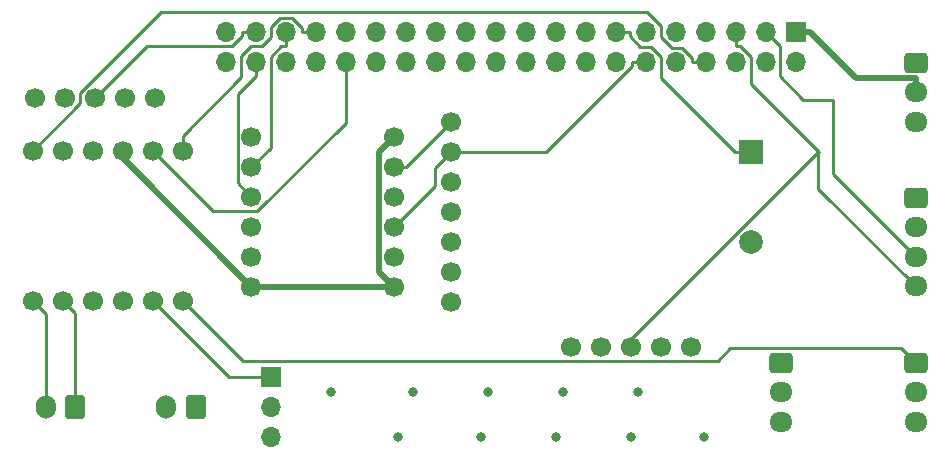
<source format=gbr>
%TF.GenerationSoftware,KiCad,Pcbnew,7.0.8-7.0.8~ubuntu22.04.1*%
%TF.CreationDate,2023-11-16T19:53:21+00:00*%
%TF.ProjectId,v4head,76346865-6164-42e6-9b69-6361645f7063,rev?*%
%TF.SameCoordinates,Original*%
%TF.FileFunction,Copper,L4,Bot*%
%TF.FilePolarity,Positive*%
%FSLAX46Y46*%
G04 Gerber Fmt 4.6, Leading zero omitted, Abs format (unit mm)*
G04 Created by KiCad (PCBNEW 7.0.8-7.0.8~ubuntu22.04.1) date 2023-11-16 19:53:21*
%MOMM*%
%LPD*%
G01*
G04 APERTURE LIST*
G04 Aperture macros list*
%AMRoundRect*
0 Rectangle with rounded corners*
0 $1 Rounding radius*
0 $2 $3 $4 $5 $6 $7 $8 $9 X,Y pos of 4 corners*
0 Add a 4 corners polygon primitive as box body*
4,1,4,$2,$3,$4,$5,$6,$7,$8,$9,$2,$3,0*
0 Add four circle primitives for the rounded corners*
1,1,$1+$1,$2,$3*
1,1,$1+$1,$4,$5*
1,1,$1+$1,$6,$7*
1,1,$1+$1,$8,$9*
0 Add four rect primitives between the rounded corners*
20,1,$1+$1,$2,$3,$4,$5,0*
20,1,$1+$1,$4,$5,$6,$7,0*
20,1,$1+$1,$6,$7,$8,$9,0*
20,1,$1+$1,$8,$9,$2,$3,0*%
G04 Aperture macros list end*
%TA.AperFunction,ComponentPad*%
%ADD10C,1.700000*%
%TD*%
%TA.AperFunction,ComponentPad*%
%ADD11RoundRect,0.250000X-0.725000X0.600000X-0.725000X-0.600000X0.725000X-0.600000X0.725000X0.600000X0*%
%TD*%
%TA.AperFunction,ComponentPad*%
%ADD12O,1.950000X1.700000*%
%TD*%
%TA.AperFunction,ComponentPad*%
%ADD13R,1.700000X1.700000*%
%TD*%
%TA.AperFunction,ComponentPad*%
%ADD14O,1.700000X1.700000*%
%TD*%
%TA.AperFunction,ComponentPad*%
%ADD15R,2.000000X2.000000*%
%TD*%
%TA.AperFunction,ComponentPad*%
%ADD16C,2.000000*%
%TD*%
%TA.AperFunction,ComponentPad*%
%ADD17RoundRect,0.250000X0.600000X0.750000X-0.600000X0.750000X-0.600000X-0.750000X0.600000X-0.750000X0*%
%TD*%
%TA.AperFunction,ComponentPad*%
%ADD18O,1.700000X2.000000*%
%TD*%
%TA.AperFunction,ViaPad*%
%ADD19C,0.800000*%
%TD*%
%TA.AperFunction,Conductor*%
%ADD20C,0.250000*%
%TD*%
%TA.AperFunction,Conductor*%
%ADD21C,0.500000*%
%TD*%
G04 APERTURE END LIST*
D10*
%TO.P,LLC1,1,HV*%
%TO.N,+5V*%
X128427500Y-73547500D03*
%TO.P,LLC1,2,GND*%
%TO.N,GND*%
X125887500Y-73547500D03*
%TO.P,LLC1,3,HV1*%
%TO.N,Net-(5V_EXT1-Pin_1)*%
X133507500Y-73547500D03*
%TO.P,LLC1,4,HV2*%
%TO.N,Net-(LLC1-HV2)*%
X130967500Y-73547500D03*
%TO.P,LLC1,5,HV3*%
%TO.N,Net-(LLC1-HV3)*%
X123347500Y-73547500D03*
%TO.P,LLC1,6,HV4*%
%TO.N,Net-(LLC1-HV4)*%
X120807500Y-73547500D03*
%TO.P,LLC1,7,LV*%
%TO.N,+3V3*%
X128427500Y-60847500D03*
%TO.P,LLC1,8,GND*%
%TO.N,GND*%
X125887500Y-60847500D03*
%TO.P,LLC1,9,LV1*%
%TO.N,Net-(LLC1-LV1)*%
X133507500Y-60847500D03*
%TO.P,LLC1,10,LV2*%
%TO.N,Net-(LLC1-LV2)*%
X130967500Y-60847500D03*
%TO.P,LLC1,11,LV3*%
%TO.N,Net-(LLC1-LV3)*%
X123347500Y-60847500D03*
%TO.P,LLC1,12,LV4*%
%TO.N,Net-(LLC1-LV4)*%
X120807500Y-60847500D03*
%TD*%
%TO.P,RCWL-516,1,CDS*%
%TO.N,unconnected-(RCWL-516-CDS-Pad1)*%
X131162500Y-56402500D03*
%TO.P,RCWL-516,2,VCC*%
%TO.N,+5V*%
X128622500Y-56402500D03*
%TO.P,RCWL-516,3,OUT*%
%TO.N,Net-(PI1-GPIO26)*%
X126082500Y-56402500D03*
%TO.P,RCWL-516,4,GND*%
%TO.N,GND*%
X123542500Y-56402500D03*
%TO.P,RCWL-516,5,3V3_OUT*%
%TO.N,unconnected-(RCWL-516-3V3_OUT-Pad5)*%
X121002500Y-56402500D03*
%TD*%
%TO.P,AMP1,1,5v*%
%TO.N,+5V*%
X156210000Y-73660000D03*
%TO.P,AMP1,2,Gnd*%
%TO.N,GND*%
X156210000Y-71120000D03*
%TO.P,AMP1,3,SD*%
%TO.N,unconnected-(AMP1-SD-Pad3)*%
X156210000Y-68580000D03*
%TO.P,AMP1,4,Gain*%
%TO.N,unconnected-(AMP1-Gain-Pad4)*%
X156210000Y-66040000D03*
%TO.P,AMP1,5,DIN*%
%TO.N,Net-(AMP1-DIN)*%
X156210000Y-63500000D03*
%TO.P,AMP1,6,BCLK*%
%TO.N,Net-(AMP1-BCLK)*%
X156210000Y-60960000D03*
%TO.P,AMP1,7,LRCLK*%
%TO.N,Net-(AMP1-LRCLK)*%
X156210000Y-58420000D03*
%TD*%
D11*
%TO.P,5V_EXT1,1,Pin_1*%
%TO.N,Net-(5V_EXT1-Pin_1)*%
X195580000Y-78780000D03*
D12*
%TO.P,5V_EXT1,2,Pin_2*%
%TO.N,+5V*%
X195580000Y-81280000D03*
%TO.P,5V_EXT1,3,Pin_3*%
%TO.N,GND*%
X195580000Y-83780000D03*
%TD*%
D13*
%TO.P,PI1,1,3V3*%
%TO.N,+3V3*%
X185420000Y-50800000D03*
D14*
%TO.P,PI1,2,5V*%
%TO.N,+5V*%
X185420000Y-53340000D03*
%TO.P,PI1,3,SDA/GPIO2*%
%TO.N,Net-(I2C_EXT1-Pin_3)*%
X182880000Y-50800000D03*
%TO.P,PI1,4,5V*%
%TO.N,+5V*%
X182880000Y-53340000D03*
%TO.P,PI1,5,SCL/GPIO3*%
%TO.N,Net-(I2C_EXT1-Pin_4)*%
X180340000Y-50800000D03*
%TO.P,PI1,6,GND*%
%TO.N,GND*%
X180340000Y-53340000D03*
%TO.P,PI1,7,GCLK0/GPIO4*%
%TO.N,unconnected-(PI1-GCLK0{slash}GPIO4-Pad7)*%
X177800000Y-50800000D03*
%TO.P,PI1,8,GPIO14/TXD*%
%TO.N,Net-(LLC1-LV4)*%
X177800000Y-53340000D03*
%TO.P,PI1,9,GND*%
%TO.N,GND*%
X175260000Y-50800000D03*
%TO.P,PI1,10,GPIO15/RXD*%
%TO.N,Net-(LLC1-LV3)*%
X175260000Y-53340000D03*
%TO.P,PI1,11,GPIO17*%
%TO.N,unconnected-(PI1-GPIO17-Pad11)*%
X172720000Y-50800000D03*
%TO.P,PI1,12,GPIO18/PWM0*%
%TO.N,Net-(AMP1-BCLK)*%
X172720000Y-53340000D03*
%TO.P,PI1,13,GPIO27*%
%TO.N,Net-(BZ1--)*%
X170180000Y-50800000D03*
%TO.P,PI1,14,GND*%
%TO.N,GND*%
X170180000Y-53340000D03*
%TO.P,PI1,15,GPIO22*%
%TO.N,unconnected-(PI1-GPIO22-Pad15)*%
X167640000Y-50800000D03*
%TO.P,PI1,16,GPIO23*%
%TO.N,unconnected-(PI1-GPIO23-Pad16)*%
X167640000Y-53340000D03*
%TO.P,PI1,17,3V3*%
%TO.N,unconnected-(PI1-3V3-Pad17)*%
X165100000Y-50800000D03*
%TO.P,PI1,18,GPIO24*%
%TO.N,unconnected-(PI1-GPIO24-Pad18)*%
X165100000Y-53340000D03*
%TO.P,PI1,19,MOSI0/GPIO10*%
%TO.N,unconnected-(PI1-MOSI0{slash}GPIO10-Pad19)*%
X162560000Y-50800000D03*
%TO.P,PI1,20,GND*%
%TO.N,GND*%
X162560000Y-53340000D03*
%TO.P,PI1,21,MISO0/GPIO9*%
%TO.N,unconnected-(PI1-MISO0{slash}GPIO9-Pad21)*%
X160020000Y-50800000D03*
%TO.P,PI1,22,GPIO25*%
%TO.N,Net-(3V_EXT1-Pin_1)*%
X160020000Y-53340000D03*
%TO.P,PI1,23,SCLK0/GPIO11*%
%TO.N,unconnected-(PI1-SCLK0{slash}GPIO11-Pad23)*%
X157480000Y-50800000D03*
%TO.P,PI1,24,~{CE0}/GPIO8*%
%TO.N,unconnected-(PI1-~{CE0}{slash}GPIO8-Pad24)*%
X157480000Y-53340000D03*
%TO.P,PI1,25,GND*%
%TO.N,GND*%
X154940000Y-50800000D03*
%TO.P,PI1,26,~{CE1}/GPIO7*%
%TO.N,unconnected-(PI1-~{CE1}{slash}GPIO7-Pad26)*%
X154940000Y-53340000D03*
%TO.P,PI1,27,ID_SD/GPIO0*%
%TO.N,unconnected-(PI1-ID_SD{slash}GPIO0-Pad27)*%
X152400000Y-50800000D03*
%TO.P,PI1,28,ID_SC/GPIO1*%
%TO.N,unconnected-(PI1-ID_SC{slash}GPIO1-Pad28)*%
X152400000Y-53340000D03*
%TO.P,PI1,29,GCLK1/GPIO5*%
%TO.N,unconnected-(PI1-GCLK1{slash}GPIO5-Pad29)*%
X149860000Y-50800000D03*
%TO.P,PI1,30,GND*%
%TO.N,GND*%
X149860000Y-53340000D03*
%TO.P,PI1,31,GCLK2/GPIO6*%
%TO.N,unconnected-(PI1-GCLK2{slash}GPIO6-Pad31)*%
X147320000Y-50800000D03*
%TO.P,PI1,32,PWM0/GPIO12*%
%TO.N,Net-(LLC1-LV2)*%
X147320000Y-53340000D03*
%TO.P,PI1,33,PWM1/GPIO13*%
%TO.N,Net-(LLC1-LV1)*%
X144780000Y-50800000D03*
%TO.P,PI1,34,GND*%
%TO.N,GND*%
X144780000Y-53340000D03*
%TO.P,PI1,35,GPIO19/MISO1*%
%TO.N,Net-(AMP1-LRCLK)*%
X142240000Y-50800000D03*
%TO.P,PI1,36,GPIO16*%
%TO.N,unconnected-(PI1-GPIO16-Pad36)*%
X142240000Y-53340000D03*
%TO.P,PI1,37,GPIO26*%
%TO.N,Net-(PI1-GPIO26)*%
X139700000Y-50800000D03*
%TO.P,PI1,38,GPIO20/MOSI1*%
%TO.N,Net-(MIC1-DOUT)*%
X139700000Y-53340000D03*
%TO.P,PI1,39,GND*%
%TO.N,GND*%
X137160000Y-50800000D03*
%TO.P,PI1,40,GPIO21/SCLK1*%
%TO.N,Net-(AMP1-DIN)*%
X137160000Y-53340000D03*
%TD*%
D11*
%TO.P,3V_EXT1,1,Pin_1*%
%TO.N,Net-(3V_EXT1-Pin_1)*%
X195580000Y-53380000D03*
D12*
%TO.P,3V_EXT1,2,Pin_2*%
%TO.N,+3V3*%
X195580000Y-55880000D03*
%TO.P,3V_EXT1,3,Pin_3*%
%TO.N,GND*%
X195580000Y-58380000D03*
%TD*%
D15*
%TO.P,BZ1,1,-*%
%TO.N,Net-(BZ1--)*%
X181610000Y-60970000D03*
D16*
%TO.P,BZ1,2,+*%
%TO.N,GND*%
X181610000Y-68570000D03*
%TD*%
D10*
%TO.P,MIC2,1,SEL*%
%TO.N,GND*%
X139335000Y-59690000D03*
%TO.P,MIC2,2,LRCLK*%
%TO.N,Net-(AMP1-LRCLK)*%
X139335000Y-62230000D03*
%TO.P,MIC2,3,DOUT*%
%TO.N,Net-(MIC1-DOUT)*%
X139335000Y-64770000D03*
%TO.P,MIC2,4,BCLK*%
%TO.N,Net-(AMP1-BCLK)*%
X139335000Y-67310000D03*
%TO.P,MIC2,5,Gnd*%
%TO.N,GND*%
X139335000Y-69850000D03*
%TO.P,MIC2,6,3v*%
%TO.N,+3V3*%
X139335000Y-72390000D03*
%TD*%
%TO.P,I2C_NEO1,1,VIN*%
%TO.N,+3V3*%
X166370000Y-77470000D03*
%TO.P,I2C_NEO1,2,Gnd*%
%TO.N,GND*%
X168910000Y-77470000D03*
%TO.P,I2C_NEO1,3,SCL*%
%TO.N,Net-(I2C_EXT1-Pin_4)*%
X171450000Y-77470000D03*
%TO.P,I2C_NEO1,4,SDA*%
%TO.N,Net-(I2C_EXT1-Pin_3)*%
X173990000Y-77470000D03*
%TO.P,I2C_NEO1,5,OUT*%
%TO.N,Net-(D1-DIN)*%
X176530000Y-77470000D03*
%TD*%
D11*
%TO.P,I2C_EXT1,1,Pin_1*%
%TO.N,GND*%
X195580000Y-64810000D03*
D12*
%TO.P,I2C_EXT1,2,Pin_2*%
%TO.N,+3V3*%
X195580000Y-67310000D03*
%TO.P,I2C_EXT1,3,Pin_3*%
%TO.N,Net-(I2C_EXT1-Pin_3)*%
X195580000Y-69810000D03*
%TO.P,I2C_EXT1,4,Pin_4*%
%TO.N,Net-(I2C_EXT1-Pin_4)*%
X195580000Y-72310000D03*
%TD*%
D13*
%TO.P,SRV1,1,Pin_1*%
%TO.N,Net-(LLC1-HV2)*%
X140970000Y-80010000D03*
D14*
%TO.P,SRV1,2,Pin_2*%
%TO.N,+5V*%
X140970000Y-82550000D03*
%TO.P,SRV1,3,Pin_3*%
%TO.N,GND*%
X140970000Y-85090000D03*
%TD*%
D17*
%TO.P,SERIAL1,1,Pin_1*%
%TO.N,Net-(LLC1-HV3)*%
X124420000Y-82550000D03*
D18*
%TO.P,SERIAL1,2,Pin_2*%
%TO.N,Net-(LLC1-HV4)*%
X121920000Y-82550000D03*
%TD*%
D11*
%TO.P,NEO1,1,Pin_1*%
%TO.N,Net-(D5-DOUT)*%
X184150000Y-78780000D03*
D12*
%TO.P,NEO1,2,Pin_2*%
%TO.N,+5V*%
X184150000Y-81280000D03*
%TO.P,NEO1,3,Pin_3*%
%TO.N,GND*%
X184150000Y-83780000D03*
%TD*%
D10*
%TO.P,MIC1,1,SEL*%
%TO.N,+3V3*%
X151400000Y-59690000D03*
%TO.P,MIC1,2,LRCLK*%
%TO.N,Net-(AMP1-LRCLK)*%
X151400000Y-62230000D03*
%TO.P,MIC1,3,DOUT*%
%TO.N,Net-(MIC1-DOUT)*%
X151400000Y-64770000D03*
%TO.P,MIC1,4,BCLK*%
%TO.N,Net-(AMP1-BCLK)*%
X151400000Y-67310000D03*
%TO.P,MIC1,5,Gnd*%
%TO.N,GND*%
X151400000Y-69850000D03*
%TO.P,MIC1,6,3v*%
%TO.N,+3V3*%
X151400000Y-72390000D03*
%TD*%
D17*
%TO.P,PWR1,1,Pin_1*%
%TO.N,+5V*%
X134620000Y-82550000D03*
D18*
%TO.P,PWR1,2,Pin_2*%
%TO.N,GND*%
X132120000Y-82550000D03*
%TD*%
D19*
%TO.N,+5V*%
X177683445Y-85060340D03*
X171450000Y-85090000D03*
X165100000Y-85090000D03*
X151765000Y-85090000D03*
X158750000Y-85090000D03*
%TO.N,GND*%
X172085000Y-81280000D03*
X159385000Y-81280000D03*
X165735000Y-81280000D03*
X146050000Y-81280000D03*
X153035000Y-81280000D03*
%TD*%
D20*
%TO.N,Net-(AMP1-BCLK)*%
X171543100Y-53705800D02*
X171543100Y-53340000D01*
X151400000Y-67310000D02*
X154845400Y-63864600D01*
X156210000Y-60960000D02*
X164288900Y-60960000D01*
X154845400Y-63864600D02*
X154845400Y-62324600D01*
X164288900Y-60960000D02*
X171543100Y-53705800D01*
X154845400Y-62324600D02*
X156210000Y-60960000D01*
X172720000Y-53340000D02*
X171543100Y-53340000D01*
%TO.N,Net-(AMP1-LRCLK)*%
X152400000Y-62230000D02*
X156210000Y-58420000D01*
X140970000Y-60595000D02*
X140970000Y-52881100D01*
X142240000Y-50800000D02*
X142240000Y-51976900D01*
X151400000Y-62230000D02*
X152400000Y-62230000D01*
X141874200Y-51976900D02*
X142240000Y-51976900D01*
X139335000Y-62230000D02*
X140970000Y-60595000D01*
X140970000Y-52881100D02*
X141874200Y-51976900D01*
%TO.N,Net-(BZ1--)*%
X173990000Y-52909100D02*
X173150900Y-52070000D01*
X170180000Y-50800000D02*
X171356900Y-50800000D01*
X180283100Y-60970000D02*
X173990000Y-54676900D01*
X181610000Y-60970000D02*
X180283100Y-60970000D01*
X173990000Y-54676900D02*
X173990000Y-52909100D01*
X173150900Y-52070000D02*
X172261100Y-52070000D01*
X171356900Y-51165800D02*
X171356900Y-50800000D01*
X172261100Y-52070000D02*
X171356900Y-51165800D01*
%TO.N,Net-(PI1-GPIO26)*%
X130508100Y-51976900D02*
X137714100Y-51976900D01*
X126082500Y-56402500D02*
X130508100Y-51976900D01*
X138523100Y-51167900D02*
X138523100Y-50800000D01*
X137714100Y-51976900D02*
X138523100Y-51167900D01*
X139700000Y-50800000D02*
X138523100Y-50800000D01*
%TO.N,Net-(LLC1-HV3)*%
X124420000Y-74620000D02*
X123348000Y-73547500D01*
X124420000Y-82550000D02*
X124420000Y-74620000D01*
X123347500Y-73547500D02*
X123348000Y-73547500D01*
%TO.N,Net-(LLC1-HV4)*%
X121920000Y-74660000D02*
X120808000Y-73547500D01*
X120807500Y-73547500D02*
X120808000Y-73547500D01*
X121920000Y-82550000D02*
X121920000Y-74660000D01*
%TO.N,Net-(LLC1-HV2)*%
X137430000Y-80010000D02*
X130967500Y-73547500D01*
X140970000Y-80010000D02*
X137430000Y-80010000D01*
%TO.N,Net-(LLC1-LV4)*%
X173990000Y-51222000D02*
X173990000Y-50323500D01*
X177800000Y-53340000D02*
X176623100Y-53340000D01*
X124812500Y-56842500D02*
X120807500Y-60847500D01*
X176623100Y-52972100D02*
X175814100Y-52163100D01*
X174931100Y-52163100D02*
X173990000Y-51222000D01*
X173990000Y-50323500D02*
X172788800Y-49122300D01*
X131665200Y-49122300D02*
X124812500Y-55975000D01*
X124812500Y-55975000D02*
X124812500Y-56842500D01*
X176623100Y-53340000D02*
X176623100Y-52972100D01*
X175814100Y-52163100D02*
X174931100Y-52163100D01*
X172788800Y-49122300D02*
X131665200Y-49122300D01*
%TO.N,Net-(MIC1-DOUT)*%
X139335000Y-64770000D02*
X138153400Y-63588400D01*
X138153400Y-63588400D02*
X138153400Y-56063500D01*
X139700000Y-53340000D02*
X139700000Y-54516900D01*
X138153400Y-56063500D02*
X139700000Y-54516900D01*
%TO.N,Net-(LLC1-LV1)*%
X141775800Y-49598600D02*
X142767500Y-49598600D01*
X133507500Y-59588900D02*
X138462900Y-54633500D01*
X139335500Y-51977100D02*
X140201900Y-51977100D01*
X142767500Y-49598600D02*
X143603100Y-50434200D01*
X144780000Y-50800000D02*
X143603100Y-50800000D01*
X143603100Y-50434200D02*
X143603100Y-50800000D01*
X138462900Y-52849700D02*
X139335500Y-51977100D01*
X140970000Y-50404400D02*
X141775800Y-49598600D01*
X140970000Y-51209000D02*
X140970000Y-50404400D01*
X133507500Y-60847500D02*
X133507500Y-59588900D01*
X138462900Y-54633500D02*
X138462900Y-52849700D01*
X140201900Y-51977100D02*
X140970000Y-51209000D01*
%TO.N,Net-(LLC1-LV2)*%
X136093700Y-65973700D02*
X130967500Y-60847500D01*
X147320000Y-53340000D02*
X147320000Y-58460600D01*
X147320000Y-58460600D02*
X139806900Y-65973700D01*
X139806900Y-65973700D02*
X136093700Y-65973700D01*
%TO.N,Net-(5V_EXT1-Pin_1)*%
X138608100Y-78648100D02*
X133507500Y-73547500D01*
X178800400Y-78648100D02*
X138608100Y-78648100D01*
X179881400Y-77567100D02*
X178800400Y-78648100D01*
X195580000Y-78780000D02*
X194367100Y-77567100D01*
X194367100Y-77567100D02*
X179881400Y-77567100D01*
D21*
%TO.N,+3V3*%
X186596900Y-50800000D02*
X190500000Y-54703100D01*
D20*
X128427500Y-61482500D02*
X128427500Y-60847500D01*
D21*
X150100000Y-71090000D02*
X151400000Y-72390000D01*
X190500000Y-54703100D02*
X195580000Y-54703100D01*
X150100000Y-60990000D02*
X150100000Y-71090000D01*
X151400000Y-59690000D02*
X150100000Y-60990000D01*
X195580000Y-55880000D02*
X195580000Y-54703100D01*
X139335000Y-72390000D02*
X128427500Y-61482500D01*
X194945000Y-55880000D02*
X195580000Y-55880000D01*
X185420000Y-50800000D02*
X186596900Y-50800000D01*
D20*
X139652500Y-72072500D02*
X139335000Y-72390000D01*
D21*
X139335000Y-72390000D02*
X151400000Y-72390000D01*
D20*
%TO.N,Net-(I2C_EXT1-Pin_4)*%
X180705800Y-51976900D02*
X180340000Y-51976900D01*
X181610000Y-52881100D02*
X180705800Y-51976900D01*
X195580000Y-72310000D02*
X187322300Y-64052300D01*
X171450000Y-77470000D02*
X171450000Y-76829600D01*
X171450000Y-76829600D02*
X187322300Y-60957300D01*
X187355800Y-60923800D02*
X181610000Y-55178000D01*
X180340000Y-50800000D02*
X180340000Y-51976900D01*
X187322300Y-64052300D02*
X187322300Y-60957300D01*
X181610000Y-55178000D02*
X181610000Y-52881100D01*
X187322300Y-60957300D02*
X187355800Y-60923800D01*
%TO.N,Net-(I2C_EXT1-Pin_3)*%
X184055000Y-51975000D02*
X182880000Y-50800000D01*
X184055000Y-54515000D02*
X184055000Y-51975000D01*
X195580000Y-69810000D02*
X188595000Y-62825000D01*
X186055000Y-56515000D02*
X184055000Y-54515000D01*
X188595000Y-56515000D02*
X186055000Y-56515000D01*
X188595000Y-62825000D02*
X188595000Y-56515000D01*
%TD*%
M02*

</source>
